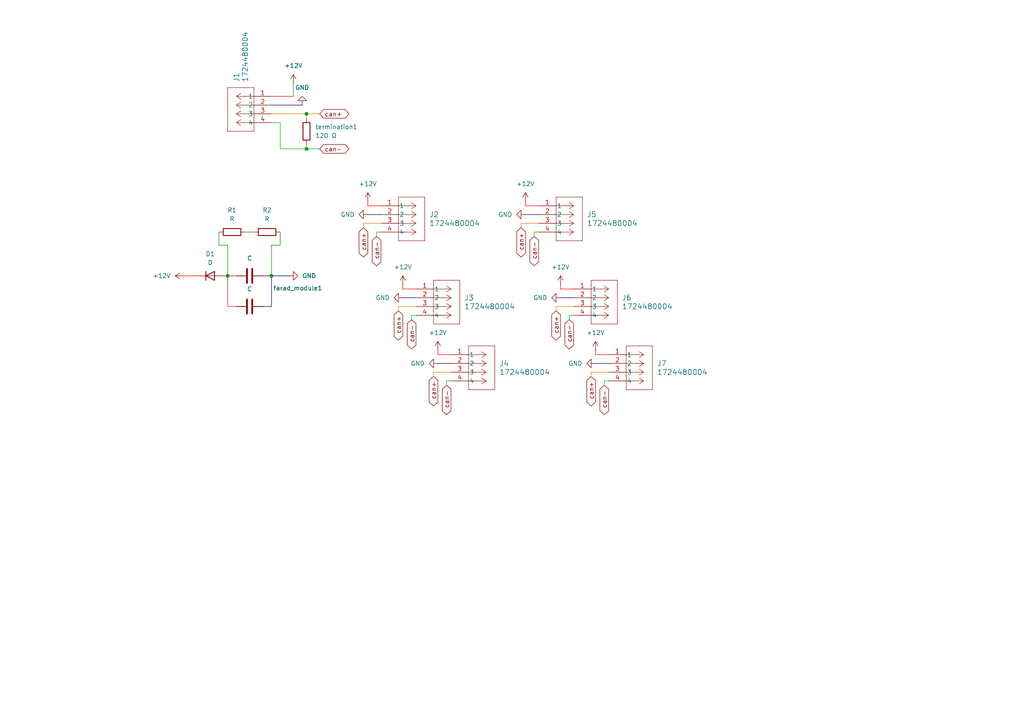
<source format=kicad_sch>
(kicad_sch (version 20231120) (generator "eeschema") (generator_version "8.0")
  (paper "A4")
  (title_block (title "12v + CAN Distribution board") (date "2024-11-03") (rev "v1") (company "VT SolarCar") (comment 1 "J. Menachery"))
  (lib_symbols
    (symbol "Device:C" (pin_numbers hide) (pin_names (offset 0.254))
      (property "Reference" "C" (at 0.635 2.54 0))
      (property "Value" "C" (at 0.635 -2.54 0))
      (symbol "C_0_1"
        (polyline (pts (xy -2.032 -0.762) (xy 2.032 -0.762)) (stroke (width 0.508)))
        (polyline (pts (xy -2.032 0.762) (xy 2.032 0.762)) (stroke (width 0.508)))
      )
      (symbol "C_1_1"
        (pin passive line (at 0 3.81 270) (length 2.794) (name "~") (number "1"))
        (pin passive line (at 0 -3.81 90) (length 2.794) (name "~") (number "2"))
      )
    )
    (symbol "Device:D" (pin_numbers hide) (pin_names (offset 1.016) hide)
      (property "Reference" "D" (at 0 2.54 0))
      (property "Value" "D" (at 0 -2.54 0))
      (symbol "D_0_1"
        (polyline (pts (xy -1.27 1.27) (xy -1.27 -1.27)) (stroke (width 0.254)))
        (polyline (pts (xy 1.27 0) (xy -1.27 0)))
        (polyline (pts (xy 1.27 1.27) (xy 1.27 -1.27) (xy -1.27 0) (xy 1.27 1.27)) (stroke (width 0.254)))
      )
      (symbol "D_1_1"
        (pin passive line (at -3.81 0 0) (length 2.54) (name "K") (number "1"))
        (pin passive line (at 3.81 0 180) (length 2.54) (name "A") (number "2"))
      )
    )
    (symbol "Device:R" (pin_numbers hide) (pin_names (offset 0))
      (property "Reference" "R" (at 2.032 0 90))
      (property "Value" "R" (at 0 0 90))
      (symbol "R_0_1"
        (rectangle (start -1.016 -2.54) (end 1.016 2.54) (stroke (width 0.254)))
      )
      (symbol "R_1_1"
        (pin passive line (at 0 3.81 270) (length 1.27) (name "~") (number "1"))
        (pin passive line (at 0 -3.81 90) (length 1.27) (name "~") (number "2"))
      )
    )
    (symbol "MiniFit 4pin:1724480004" (pin_names (offset 0.254))
      (property "Reference" "J" (at 8.89 6.35 0))
      (property "Value" "1724480004" (at 0 0 0))
      (symbol "1724480004_1_1"
        (polyline (pts (xy 5.08 -10.16) (xy 12.7 -10.16)) (stroke (width 0.127)))
        (polyline (pts (xy 5.08 2.54) (xy 5.08 -10.16)) (stroke (width 0.127)))
        (polyline (pts (xy 10.16 -7.62) (xy 5.08 -7.62)) (stroke (width 0.127)))
        (polyline (pts (xy 10.16 -7.62) (xy 8.89 -8.4667)) (stroke (width 0.127)))
        (polyline (pts (xy 10.16 -7.62) (xy 8.89 -6.7733)) (stroke (width 0.127)))
        (polyline (pts (xy 10.16 -5.08) (xy 5.08 -5.08)) (stroke (width 0.127)))
        (polyline (pts (xy 10.16 -5.08) (xy 8.89 -5.9267)) (stroke (width 0.127)))
        (polyline (pts (xy 10.16 -5.08) (xy 8.89 -4.2333)) (stroke (width 0.127)))
        (polyline (pts (xy 10.16 -2.54) (xy 5.08 -2.54)) (stroke (width 0.127)))
        (polyline (pts (xy 10.16 -2.54) (xy 8.89 -3.3867)) (stroke (width 0.127)))
        (polyline (pts (xy 10.16 -2.54) (xy 8.89 -1.6933)) (stroke (width 0.127)))
        (polyline (pts (xy 10.16 0) (xy 5.08 0)) (stroke (width 0.127)))
        (polyline (pts (xy 10.16 0) (xy 8.89 -0.8467)) (stroke (width 0.127)))
        (polyline (pts (xy 10.16 0) (xy 8.89 0.8467)) (stroke (width 0.127)))
        (polyline (pts (xy 12.7 -10.16) (xy 12.7 2.54)) (stroke (width 0.127)))
        (polyline (pts (xy 12.7 2.54) (xy 5.08 2.54)) (stroke (width 0.127)))
        (pin unspecified line (at 0 0 0) (length 5.08) (name "1") (number "1"))
        (pin unspecified line (at 0 -2.54 0) (length 5.08) (name "2") (number "2"))
        (pin unspecified line (at 0 -5.08 0) (length 5.08) (name "3") (number "3"))
        (pin unspecified line (at 0 -7.62 0) (length 5.08) (name "4") (number "4"))
      )
      (symbol "1724480004_1_2"
        (polyline (pts (xy 5.08 -10.16) (xy 12.7 -10.16)) (stroke (width 0.127)))
        (polyline (pts (xy 5.08 2.54) (xy 5.08 -10.16)) (stroke (width 0.127)))
        (polyline (pts (xy 7.62 -7.62) (xy 5.08 -7.62)) (stroke (width 0.127)))
        (polyline (pts (xy 7.62 -7.62) (xy 8.89 -8.4667)) (stroke (width 0.127)))
        (polyline (pts (xy 7.62 -7.62) (xy 8.89 -6.7733)) (stroke (width 0.127)))
        (polyline (pts (xy 7.62 -5.08) (xy 5.08 -5.08)) (stroke (width 0.127)))
        (polyline (pts (xy 7.62 -5.08) (xy 8.89 -5.9267)) (stroke (width 0.127)))
        (polyline (pts (xy 7.62 -5.08) (xy 8.89 -4.2333)) (stroke (width 0.127)))
        (polyline (pts (xy 7.62 -2.54) (xy 5.08 -2.54)) (stroke (width 0.127)))
        (polyline (pts (xy 7.62 -2.54) (xy 8.89 -3.3867)) (stroke (width 0.127)))
        (polyline (pts (xy 7.62 -2.54) (xy 8.89 -1.6933)) (stroke (width 0.127)))
        (polyline (pts (xy 7.62 0) (xy 5.08 0)) (stroke (width 0.127)))
        (polyline (pts (xy 7.62 0) (xy 8.89 -0.8467)) (stroke (width 0.127)))
        (polyline (pts (xy 7.62 0) (xy 8.89 0.8467)) (stroke (width 0.127)))
        (polyline (pts (xy 12.7 -10.16) (xy 12.7 2.54)) (stroke (width 0.127)))
        (polyline (pts (xy 12.7 2.54) (xy 5.08 2.54)) (stroke (width 0.127)))
        (pin unspecified line (at 0 0 0) (length 5.08) (name "1") (number "1"))
        (pin unspecified line (at 0 -2.54 0) (length 5.08) (name "2") (number "2"))
        (pin unspecified line (at 0 -5.08 0) (length 5.08) (name "3") (number "3"))
        (pin unspecified line (at 0 -7.62 0) (length 5.08) (name "4") (number "4"))
      )
    )
    (symbol "power:+12V" (power) (pin_numbers hide) (pin_names (offset 0) hide)
      (property "Value" "+12V" (at 0 3.556 0))
      (symbol "+12V_0_1"
        (polyline (pts (xy -0.762 1.27) (xy 0 2.54)))
        (polyline (pts (xy 0 0) (xy 0 2.54)))
        (polyline (pts (xy 0 2.54) (xy 0.762 1.27)))
      )
      (symbol "+12V_1_1"
        (pin power_in line (at 0 0 90) (length 0) (name "~") (number "1"))
      )
    )
    (symbol "power:GND" (power) (pin_numbers hide) (pin_names (offset 0) hide)
      (property "Value" "GND" (at 0 -3.81 0))
      (symbol "GND_0_1"
        (polyline (pts (xy 0 0) (xy 0 -1.27) (xy 1.27 -1.27) (xy 0 -2.54) (xy -1.27 -1.27) (xy 0 -1.27)))
      )
      (symbol "GND_1_1"
        (pin power_in line (at 0 0 270) (length 0) (name "~") (number "1"))
      )
    )
  )
  (junction (at 78.74 80.01))
  (junction (at 88.9 33.02))
  (junction (at 66.04 80.01))
  (junction (at 88.9 43.18))
  (wire (pts (xy 162.56 86.36) (xy 166.37 86.36)) (stroke (width 0) (color 0 0 72 1)))
  (wire (pts (xy 116.84 83.82) (xy 120.65 83.82)) (stroke (width 0) (color 255 0 0 1)))
  (wire (pts (xy 127 105.41) (xy 130.81 105.41)) (stroke (width 0) (color 0 0 72 1)))
  (wire (pts (xy 154.94 67.31) (xy 154.94 68.58)) (stroke (width 0) (color 0 194 0 1)))
  (wire (pts (xy 88.9 33.02) (xy 92.71 33.02)) (stroke (width 0) (color 221 133 0 1)))
  (wire (pts (xy 81.28 35.56) (xy 81.28 43.18)) (stroke (width 0) (color 0 194 0 1)))
  (wire (pts (xy 152.4 58.42) (xy 152.4 59.69)) (stroke (width 0) (color 255 0 0 1)))
  (wire (pts (xy 127 102.87) (xy 130.81 102.87)) (stroke (width 0) (color 255 0 0 1)))
  (wire (pts (xy 66.04 80.01) (xy 68.58 80.01)) (stroke (width 0) (color 255 0 0 1)))
  (wire (pts (xy 66.04 71.12) (xy 66.04 80.01)))
  (wire (pts (xy 116.84 86.36) (xy 120.65 86.36)) (stroke (width 0) (color 0 0 72 1)))
  (wire (pts (xy 171.45 107.95) (xy 171.45 109.22)) (stroke (width 0) (color 221 133 0 1)))
  (wire (pts (xy 78.74 30.48) (xy 87.63 30.48)) (stroke (width 0) (color 0 0 72 1)))
  (wire (pts (xy 119.38 91.44) (xy 120.65 91.44)) (stroke (width 0) (color 0 194 0 1)))
  (wire (pts (xy 66.04 80.01) (xy 66.04 88.9)) (stroke (width 0) (color 255 0 0 1)))
  (wire (pts (xy 78.74 27.94) (xy 85.09 27.94)) (stroke (width 0) (color 255 0 0 1)))
  (wire (pts (xy 154.94 67.31) (xy 156.21 67.31)) (stroke (width 0) (color 0 194 0 1)))
  (wire (pts (xy 63.5 67.31) (xy 63.5 71.12)))
  (wire (pts (xy 85.09 24.13) (xy 85.09 27.94)))
  (wire (pts (xy 106.68 62.23) (xy 110.49 62.23)) (stroke (width 0) (color 0 0 72 1)))
  (wire (pts (xy 172.72 105.41) (xy 176.53 105.41)) (stroke (width 0) (color 0 0 72 1)))
  (wire (pts (xy 66.04 88.9) (xy 68.58 88.9)) (stroke (width 0) (color 255 0 0 1)))
  (wire (pts (xy 88.9 43.18) (xy 92.71 43.18)) (stroke (width 0) (color 0 194 0 1)))
  (wire (pts (xy 88.9 34.29) (xy 88.9 33.02)) (stroke (width 0) (color 221 133 0 1)))
  (wire (pts (xy 81.28 71.12) (xy 78.74 71.12)))
  (wire (pts (xy 78.74 33.02) (xy 88.9 33.02)) (stroke (width 0) (color 221 133 0 1)))
  (wire (pts (xy 175.26 110.49) (xy 176.53 110.49)) (stroke (width 0) (color 0 194 0 1)))
  (wire (pts (xy 125.73 107.95) (xy 125.73 109.22)) (stroke (width 0) (color 221 133 0 1)))
  (wire (pts (xy 109.22 67.31) (xy 110.49 67.31)) (stroke (width 0) (color 0 194 0 1)))
  (wire (pts (xy 162.56 83.82) (xy 166.37 83.82)) (stroke (width 0) (color 255 0 0 1)))
  (wire (pts (xy 165.1 91.44) (xy 165.1 92.71)) (stroke (width 0) (color 0 194 0 1)))
  (wire (pts (xy 165.1 91.44) (xy 166.37 91.44)) (stroke (width 0) (color 0 194 0 1)))
  (wire (pts (xy 127 101.6) (xy 127 102.87)) (stroke (width 0) (color 255 0 0 1)))
  (wire (pts (xy 151.13 64.77) (xy 156.21 64.77)) (stroke (width 0) (color 221 133 0 1)))
  (wire (pts (xy 161.29 88.9) (xy 161.29 90.17)) (stroke (width 0) (color 221 133 0 1)))
  (wire (pts (xy 115.57 88.9) (xy 115.57 90.17)) (stroke (width 0) (color 221 133 0 1)))
  (wire (pts (xy 106.68 59.69) (xy 110.49 59.69)) (stroke (width 0) (color 255 0 0 1)))
  (wire (pts (xy 106.68 58.42) (xy 106.68 59.69)) (stroke (width 0) (color 255 0 0 1)))
  (wire (pts (xy 172.72 101.6) (xy 172.72 102.87)) (stroke (width 0) (color 255 0 0 1)))
  (wire (pts (xy 81.28 35.56) (xy 78.74 35.56)) (stroke (width 0) (color 0 194 0 1)))
  (wire (pts (xy 78.74 80.01) (xy 78.74 88.9)) (stroke (width 0) (color 0 0 72 1)))
  (wire (pts (xy 119.38 91.44) (xy 119.38 92.71)) (stroke (width 0) (color 0 194 0 1)))
  (wire (pts (xy 53.34 80.01) (xy 57.15 80.01)) (stroke (width 0) (color 255 0 0 1)))
  (wire (pts (xy 76.2 88.9) (xy 78.74 88.9)) (stroke (width 0) (color 0 0 72 1)))
  (wire (pts (xy 71.12 67.31) (xy 73.66 67.31)))
  (wire (pts (xy 171.45 107.95) (xy 176.53 107.95)) (stroke (width 0) (color 221 133 0 1)))
  (wire (pts (xy 109.22 67.31) (xy 109.22 68.58)) (stroke (width 0) (color 0 194 0 1)))
  (wire (pts (xy 78.74 71.12) (xy 78.74 80.01)))
  (wire (pts (xy 81.28 43.18) (xy 88.9 43.18)) (stroke (width 0) (color 0 194 0 1)))
  (wire (pts (xy 151.13 64.77) (xy 151.13 66.04)) (stroke (width 0) (color 221 133 0 1)))
  (wire (pts (xy 63.5 71.12) (xy 66.04 71.12)))
  (wire (pts (xy 81.28 67.31) (xy 81.28 71.12)))
  (wire (pts (xy 116.84 82.55) (xy 116.84 83.82)) (stroke (width 0) (color 255 0 0 1)))
  (wire (pts (xy 152.4 62.23) (xy 156.21 62.23)) (stroke (width 0) (color 0 0 72 1)))
  (wire (pts (xy 78.74 80.01) (xy 83.82 80.01)) (stroke (width 0) (color 0 0 72 1)))
  (wire (pts (xy 152.4 59.69) (xy 156.21 59.69)) (stroke (width 0) (color 255 0 0 1)))
  (wire (pts (xy 129.54 110.49) (xy 129.54 111.76)) (stroke (width 0) (color 0 194 0 1)))
  (wire (pts (xy 105.41 64.77) (xy 105.41 66.04)) (stroke (width 0) (color 221 133 0 1)))
  (wire (pts (xy 115.57 88.9) (xy 120.65 88.9)) (stroke (width 0) (color 221 133 0 1)))
  (wire (pts (xy 76.2 80.01) (xy 78.74 80.01)) (stroke (width 0) (color 0 0 72 1)))
  (wire (pts (xy 172.72 102.87) (xy 176.53 102.87)) (stroke (width 0) (color 255 0 0 1)))
  (wire (pts (xy 129.54 110.49) (xy 130.81 110.49)) (stroke (width 0) (color 0 194 0 1)))
  (wire (pts (xy 125.73 107.95) (xy 130.81 107.95)) (stroke (width 0) (color 221 133 0 1)))
  (wire (pts (xy 88.9 43.18) (xy 88.9 41.91)) (stroke (width 0) (color 0 194 0 1)))
  (wire (pts (xy 162.56 82.55) (xy 162.56 83.82)) (stroke (width 0) (color 255 0 0 1)))
  (wire (pts (xy 175.26 110.49) (xy 175.26 111.76)) (stroke (width 0) (color 0 194 0 1)))
  (wire (pts (xy 64.77 80.01) (xy 66.04 80.01)) (stroke (width 0) (color 255 0 0 1)))
  (wire (pts (xy 161.29 88.9) (xy 166.37 88.9)) (stroke (width 0) (color 221 133 0 1)))
  (wire (pts (xy 105.41 64.77) (xy 110.49 64.77)) (stroke (width 0) (color 221 133 0 1)))
  (global_label "can+" (shape bidirectional) (at 92.71 33.02 0) (property "Intersheetrefs" "${INTERSHEET_REFS}" (effects (hide yes))))
  (global_label "can+" (shape bidirectional) (at 105.41 66.04 270) (property "Intersheetrefs" "${INTERSHEET_REFS}" (effects (hide yes))))
  (global_label "can-" (shape bidirectional) (at 165.1 92.71 270) (property "Intersheetrefs" "${INTERSHEET_REFS}" (effects (hide yes))))
  (global_label "can+" (shape bidirectional) (at 171.45 109.22 270) (property "Intersheetrefs" "${INTERSHEET_REFS}" (effects (hide yes))))
  (global_label "can-" (shape bidirectional) (at 154.94 68.58 270) (property "Intersheetrefs" "${INTERSHEET_REFS}" (effects (hide yes))))
  (global_label "can-" (shape bidirectional) (at 92.71 43.18 0) (property "Intersheetrefs" "${INTERSHEET_REFS}" (effects (hide yes))))
  (global_label "can-" (shape bidirectional) (at 175.26 111.76 270) (property "Intersheetrefs" "${INTERSHEET_REFS}" (effects (hide yes))))
  (global_label "can+" (shape bidirectional) (at 161.29 90.17 270) (property "Intersheetrefs" "${INTERSHEET_REFS}" (effects (hide yes))))
  (global_label "can-" (shape bidirectional) (at 129.54 111.76 270) (property "Intersheetrefs" "${INTERSHEET_REFS}" (effects (hide yes))))
  (global_label "can-" (shape bidirectional) (at 109.22 68.58 270) (property "Intersheetrefs" "${INTERSHEET_REFS}" (effects (hide yes))))
  (global_label "can-" (shape bidirectional) (at 119.38 92.71 270) (property "Intersheetrefs" "${INTERSHEET_REFS}" (effects (hide yes))))
  (global_label "can+" (shape bidirectional) (at 151.13 66.04 270) (property "Intersheetrefs" "${INTERSHEET_REFS}" (effects (hide yes))))
  (global_label "can+" (shape bidirectional) (at 115.57 90.17 270) (property "Intersheetrefs" "${INTERSHEET_REFS}" (effects (hide yes))))
  (global_label "can+" (shape bidirectional) (at 125.73 109.22 270) (property "Intersheetrefs" "${INTERSHEET_REFS}" (effects (hide yes))))
  (symbol (lib_id "power:GND") (at 162.56 86.36 270) (unit 1)
    (property "Reference" "#PWR014" (effects (hide yes)))
    (property "Value" "GND" (at 158.75 86.3599 90) (effects (justify right)))
    (property "Description" "Power symbol creates a global label with name \"GND\" , ground" (effects (hide yes)))
  )
  (symbol (lib_id "power:GND") (at 106.68 62.23 270) (unit 1)
    (property "Reference" "#PWR06" (effects (hide yes)))
    (property "Value" "GND" (at 102.87 62.2299 90) (effects (justify right)))
    (property "Description" "Power symbol creates a global label with name \"GND\" , ground" (effects (hide yes)))
  )
  (symbol (lib_id "power:+12V") (at 127 101.6 0) (unit 1)
    (property "Reference" "#PWR09" (effects (hide yes)))
    (property "Value" "+12V" (at 127 96.52 0))
    (property "Description" "Power symbol creates a global label with name \"+12V\"" (effects (hide yes)))
  )
  (symbol (lib_id "power:GND") (at 116.84 86.36 270) (unit 1)
    (property "Reference" "#PWR08" (effects (hide yes)))
    (property "Value" "GND" (at 113.03 86.3599 90) (effects (justify right)))
    (property "Description" "Power symbol creates a global label with name \"GND\" , ground" (effects (hide yes)))
  )
  (symbol (lib_id "MiniFit 4pin:1724480004") (at 166.37 83.82 0) (unit 1)
    (property "Reference" "J6" (at 180.34 86.3599 0) (effects (font (size 1.524 1.524)) (justify left)))
    (property "Value" "1724480004" (at 180.34 88.8999 0) (effects (font (size 1.524 1.524)) (justify left)))
    (property "Footprint" "footprints:CON_1724480004" (effects (hide yes)))
    (property "Datasheet" "1724480004" (effects (hide yes)))
  )
  (symbol (lib_id "power:GND") (at 127 105.41 270) (unit 1)
    (property "Reference" "#PWR010" (effects (hide yes)))
    (property "Value" "GND" (at 123.19 105.4099 90) (effects (justify right)))
    (property "Description" "Power symbol creates a global label with name \"GND\" , ground" (effects (hide yes)))
  )
  (symbol (lib_id "power:+12V") (at 152.4 58.42 0) (unit 1)
    (property "Reference" "#PWR011" (effects (hide yes)))
    (property "Value" "+12V" (at 152.4 53.34 0))
    (property "Description" "Power symbol creates a global label with name \"+12V\"" (effects (hide yes)))
  )
  (symbol (lib_id "Device:C") (at 72.39 88.9 270) (unit 1)
    (property "Reference" "farad_module2" (effects (hide yes)))
    (property "Value" "C" (at 72.39 83.82 90))
    (property "Footprint" "Capacitor_THT:C_Radial_D10.0mm_H20.0mm_P5.00mm" (effects (hide yes)))
    (property "Description" "Unpolarized capacitor" (effects (hide yes)))
  )
  (symbol (lib_id "Device:R") (at 77.47 67.31 90) (unit 1)
    (property "Reference" "R2" (at 77.47 60.96 90))
    (property "Value" "R" (at 77.47 63.5 90))
    (property "Footprint" "Resistor_SMD:R_1210_3225Metric" (effects (hide yes)))
    (property "Description" "Resistor" (effects (hide yes)))
  )
  (symbol (lib_id "power:+12V") (at 106.68 58.42 0) (unit 1)
    (property "Reference" "#PWR05" (effects (hide yes)))
    (property "Value" "+12V" (at 106.68 53.34 0))
    (property "Description" "Power symbol creates a global label with name \"+12V\"" (effects (hide yes)))
  )
  (symbol (lib_id "MiniFit 4pin:1724480004") (at 110.49 59.69 0) (unit 1)
    (property "Reference" "J2" (at 124.46 62.2299 0) (effects (font (size 1.524 1.524)) (justify left)))
    (property "Value" "1724480004" (at 124.46 64.7699 0) (effects (font (size 1.524 1.524)) (justify left)))
    (property "Footprint" "footprints:CON_1724480004" (effects (hide yes)))
    (property "Datasheet" "1724480004" (effects (hide yes)))
  )
  (symbol (lib_id "power:+12V") (at 116.84 82.55 0) (unit 1)
    (property "Reference" "#PWR07" (effects (hide yes)))
    (property "Value" "+12V" (at 116.84 77.47 0))
    (property "Description" "Power symbol creates a global label with name \"+12V\"" (effects (hide yes)))
  )
  (symbol (lib_id "Device:D") (at 60.96 80.01 0) (unit 1)
    (property "Reference" "D1" (at 60.96 73.66 0))
    (property "Value" "D" (at 60.96 76.2 0))
    (property "Footprint" "Diode_SMD:D_SOD-123" (effects (hide yes)))
    (property "Description" "Diode" (effects (hide yes)))
    (property "Sim.Device" "D" (effects (hide yes)))
    (property "Sim.Pins" "1=K 2=A" (effects (hide yes)))
  )
  (symbol (lib_id "power:GND") (at 83.82 80.01 90) (unit 1)
    (property "Reference" "#PWR02" (effects (hide yes)))
    (property "Value" "GND" (at 87.63 80.0099 90) (effects (justify right)))
    (property "Description" "Power symbol creates a global label with name \"GND\" , ground" (effects (hide yes)))
  )
  (symbol (lib_id "MiniFit 4pin:1724480004") (at 78.74 27.94 0) (mirror y) (unit 1)
    (property "Reference" "J1" (at 68.58 23.876 90) (effects (font (size 1.524 1.524)) (justify left)))
    (property "Value" "1724480004" (at 71.12 23.876 90) (effects (font (size 1.524 1.524)) (justify left)))
    (property "Footprint" "footprints:CON_1724480004" (effects (hide yes)))
    (property "Datasheet" "1724480004" (effects (hide yes)))
  )
  (symbol (lib_id "Device:R") (at 67.31 67.31 90) (unit 1)
    (property "Reference" "R1" (at 67.31 60.96 90))
    (property "Value" "R" (at 67.31 63.5 90))
    (property "Footprint" "Resistor_SMD:R_1210_3225Metric" (effects (hide yes)))
    (property "Description" "Resistor" (effects (hide yes)))
  )
  (symbol (lib_id "power:GND") (at 87.63 30.48 180) (unit 1)
    (property "Reference" "#PWR04" (effects (hide yes)))
    (property "Value" "GND" (at 87.63 25.4 0))
    (property "Description" "Power symbol creates a global label with name \"GND\" , ground" (effects (hide yes)))
  )
  (symbol (lib_id "MiniFit 4pin:1724480004") (at 176.53 102.87 0) (unit 1)
    (property "Reference" "J7" (at 190.5 105.4099 0) (effects (font (size 1.524 1.524)) (justify left)))
    (property "Value" "1724480004" (at 190.5 107.9499 0) (effects (font (size 1.524 1.524)) (justify left)))
    (property "Footprint" "footprints:CON_1724480004" (effects (hide yes)))
    (property "Datasheet" "1724480004" (effects (hide yes)))
  )
  (symbol (lib_id "power:+12V") (at 172.72 101.6 0) (unit 1)
    (property "Reference" "#PWR015" (effects (hide yes)))
    (property "Value" "+12V" (at 172.72 96.52 0))
    (property "Description" "Power symbol creates a global label with name \"+12V\"" (effects (hide yes)))
  )
  (symbol (lib_id "power:+12V") (at 85.09 24.13 0) (unit 1)
    (property "Reference" "#PWR03" (effects (hide yes)))
    (property "Value" "+12V" (at 85.09 19.05 0))
    (property "Description" "Power symbol creates a global label with name \"+12V\"" (effects (hide yes)))
  )
  (symbol (lib_id "MiniFit 4pin:1724480004") (at 130.81 102.87 0) (unit 1)
    (property "Reference" "J4" (at 144.78 105.4099 0) (effects (font (size 1.524 1.524)) (justify left)))
    (property "Value" "1724480004" (at 144.78 107.9499 0) (effects (font (size 1.524 1.524)) (justify left)))
    (property "Footprint" "footprints:CON_1724480004" (effects (hide yes)))
    (property "Datasheet" "1724480004" (effects (hide yes)))
  )
  (symbol (lib_id "power:+12V") (at 53.34 80.01 90) (unit 1)
    (property "Reference" "#PWR01" (effects (hide yes)))
    (property "Value" "+12V" (at 49.53 80.0099 90) (effects (justify left)))
    (property "Description" "Power symbol creates a global label with name \"+12V\"" (effects (hide yes)))
  )
  (symbol (lib_id "power:GND") (at 152.4 62.23 270) (unit 1)
    (property "Reference" "#PWR012" (effects (hide yes)))
    (property "Value" "GND" (at 148.59 62.2299 90) (effects (justify right)))
    (property "Description" "Power symbol creates a global label with name \"GND\" , ground" (effects (hide yes)))
  )
  (symbol (lib_id "MiniFit 4pin:1724480004") (at 120.65 83.82 0) (unit 1)
    (property "Reference" "J3" (at 134.62 86.3599 0) (effects (font (size 1.524 1.524)) (justify left)))
    (property "Value" "1724480004" (at 134.62 88.8999 0) (effects (font (size 1.524 1.524)) (justify left)))
    (property "Footprint" "footprints:CON_1724480004" (effects (hide yes)))
    (property "Datasheet" "1724480004" (effects (hide yes)))
  )
  (symbol (lib_id "Device:R") (at 88.9 38.1 180) (unit 1)
    (property "Reference" "termination1" (at 91.44 36.8299 0) (effects (justify right)))
    (property "Value" "120 Ω" (at 91.44 39.3699 0) (effects (justify right)))
    (property "Footprint" "Resistor_SMD:R_0805_2012Metric" (effects (hide yes)))
  )
  (symbol (lib_id "power:GND") (at 172.72 105.41 270) (unit 1)
    (property "Reference" "#PWR016" (effects (hide yes)))
    (property "Value" "GND" (at 168.91 105.4099 90) (effects (justify right)))
    (property "Description" "Power symbol creates a global label with name \"GND\" , ground" (effects (hide yes)))
  )
  (symbol (lib_id "Device:C") (at 72.39 80.01 270) (unit 1)
    (property "Reference" "farad_module1" (at 86.36 83.566 90))
    (property "Value" "C" (at 72.39 74.93 90))
    (property "Footprint" "Capacitor_THT:C_Radial_D10.0mm_H20.0mm_P5.00mm" (effects (hide yes)))
    (property "Description" "Unpolarized capacitor" (effects (hide yes)))
  )
  (symbol (lib_id "power:+12V") (at 162.56 82.55 0) (unit 1)
    (property "Reference" "#PWR013" (effects (hide yes)))
    (property "Value" "+12V" (at 162.56 77.47 0))
    (property "Description" "Power symbol creates a global label with name \"+12V\"" (effects (hide yes)))
  )
  (symbol (lib_id "MiniFit 4pin:1724480004") (at 156.21 59.69 0) (unit 1)
    (property "Reference" "J5" (at 170.18 62.2299 0) (effects (font (size 1.524 1.524)) (justify left)))
    (property "Value" "1724480004" (at 170.18 64.7699 0) (effects (font (size 1.524 1.524)) (justify left)))
    (property "Footprint" "footprints:CON_1724480004" (effects (hide yes)))
    (property "Datasheet" "1724480004" (effects (hide yes)))
  )
)
</source>
